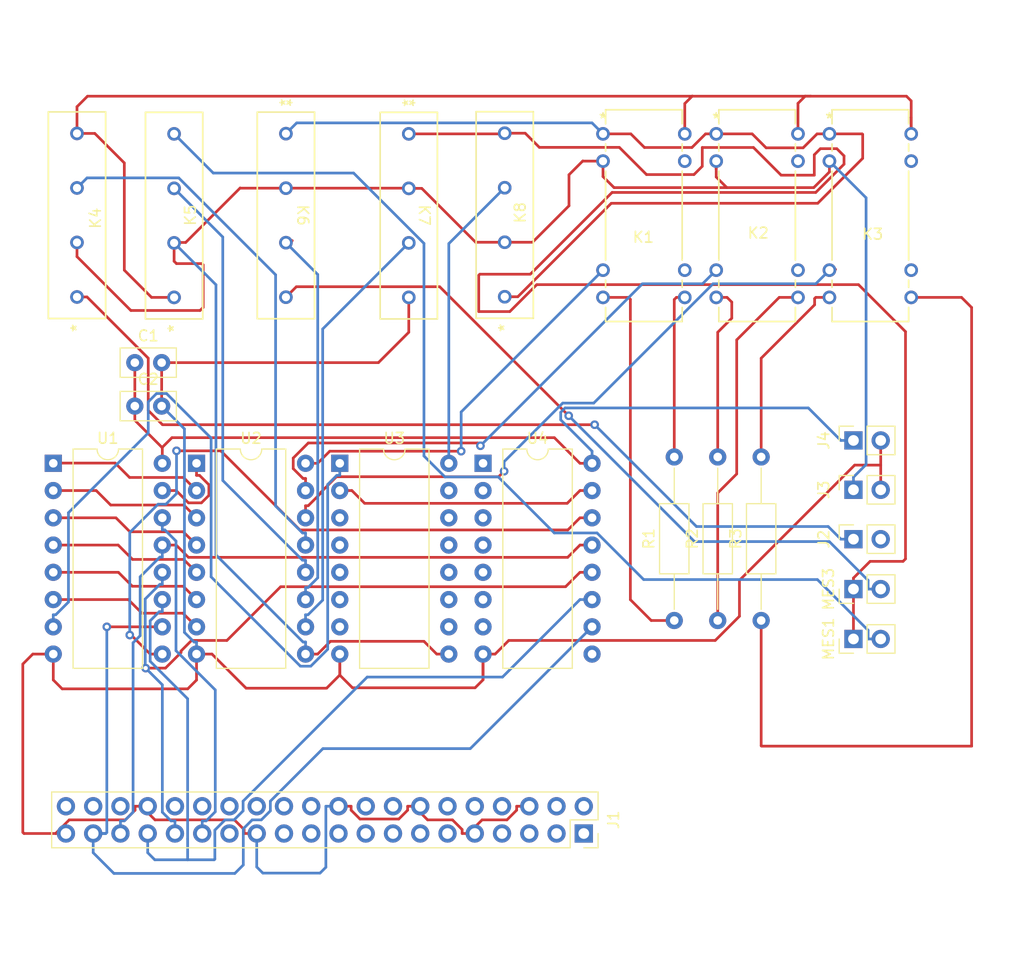
<source format=kicad_pcb>
(kicad_pcb (version 20240108) (generator "pcbnew") (generator_version "8.0")
  (layers (0 "F.Cu" signal) (31 "B.Cu" signal) (34 "B.Paste" user) (35 "F.Paste" user) (36 "B.SilkS" user "B.Silkscreen") (37 "F.SilkS" user "F.Silkscreen") (38 "B.Mask" user) (39 "F.Mask" user) (44 "Edge.Cuts" user))
  (net 0 "")
  (net 3 "B")
  (net 4 "+12V")
  (net 5 "Net-(K1-Pad7)")
  (net 6 "Net-(K1-Pad8)")
  (net 9 "A")
  (net 10 "Net-(K2-Pad7)")
  (net 11 "Net-(K2-Pad8)")
  (net 14 "Net-(K3-Pad7)")
  (net 15 "Net-(K3-Pad8)")
  (net 18 "+5V")
  (net 19 "/SER1")
  (net 20 "/RCLK")
  (net 21 "/SRCLK")
  (net 22 "/~{SRCLR}")
  (net 23 "VCC")
  (net 24 "D")
  (net 25 "/O_{11}")
  (net 26 "/O_{12}")
  (net 27 "/O_{13}")
  (net 28 "/O_{15}")
  (net 29 "Net-(MES1-+)")
  (net 30 "/~{OE}")
  (net 31 "/O_{16}")
  (net 32 "Net-(MES3-+)")
  (net 33 "C")
  (net 34 "/O_{17}")
  (net 56 "/O_{21}")
  (net 58 "/I_{12}")
  (net 60 "/I_{13}")
  (net 61 "/I_{14}")
  (net 63 "/I_{15}")
  (net 66 "GND")
  (net 67 "/I_{16}")
  (net 68 "/I_{17}")
  (net 69 "/I_{21}")
  (net 70 "/SER2")
  (net 71 "/I_{11}")
  (net 72 "/O_{14}")
  (net 73 "/I_{22}")
  (net 74 "/I_{23}")
  (net 75 "/I_{24}")
  (net 76 "/I_{25}")
  (net 77 "/I_{26}")
  (net 78 "/I_{27}")
  (net 79 "/O_{27}")
  (net 80 "/O_{26}")
  (net 81 "/O_{25}")
  (net 82 "/O_{24}")
  (net 83 "/O_{23}")
  (net 84 "/O_{22}")
  (footprint "Package_DIP:DIP-16_W10.16mm" (layer "F.Cu") (at 125.55 73.78)
    (property "Reference" "U1")
    (property "Value" "74HC595N_112")
  )
  (footprint "rele_SPST_tese:SIP_3570-1331_COM" (layer "F.Cu") (at 127.76 58.28 90)
    (property "Reference" "K4")
    (property "Value" "3570-1331-123")
  )
  (footprint "Resistor_THT:R_Axial_DIN0207_L6.3mm_D2.5mm_P15.24mm_Horizontal" (layer "F.Cu") (at 183.42 88.43 90)
    (property "Reference" "R1")
    (property "Value" "R1")
  )
  (footprint "Resistor_THT:R_Axial_DIN0207_L6.3mm_D2.5mm_P15.24mm_Horizontal" (layer "F.Cu") (at 191.52 88.43 90)
    (property "Reference" "R3")
    (property "Value" "R3")
  )
  (footprint "Package_DIP:DIP-16_W10.16mm" (layer "F.Cu") (at 165.6 73.78)
    (property "Reference" "U4")
    (property "Value" "74HC595N_112")
  )
  (footprint "Connector_PinHeader_2.54mm:PinHeader_1x02_P2.54mm_Vertical" (layer "F.Cu") (at 200.12 85.5 90)
    (property "Reference" "MES3")
    (property "Value" "Ammeter_DC")
  )
  (footprint "rele_SPST_tese:SIP_3570-1331_COM" (layer "F.Cu") (at 167.62 58.26 90)
    (property "Reference" "K8")
    (property "Value" "3570-1331-123")
  )
  (footprint "rele_SPST_tese:SIP_3570-1331_COM" (layer "F.Cu") (at 158.68 43.08 -90)
    (property "Reference" "K7")
    (property "Value" "3570-1331-123")
  )
  (footprint "rele_DPST_tese:RELAY8_3572-1220-053_COM" (layer "F.Cu") (at 197.8808 43.08)
    (property "Reference" "K3")
    (property "Value" "3572-1220-123")
  )
  (footprint "Connector_PinHeader_2.54mm:PinHeader_1x02_P2.54mm_Vertical" (layer "F.Cu") (at 200.12 90.15 90)
    (property "Reference" "MES1")
    (property "Value" "Voltmeter_DC")
  )
  (footprint "Capacitor_THT:C_Disc_D5.0mm_W2.5mm_P2.50mm" (layer "F.Cu") (at 133.15 64.4)
    (property "Reference" "C1")
    (property "Value" "0.1uF")
  )
  (footprint "Resistor_THT:R_Axial_DIN0207_L6.3mm_D2.5mm_P15.24mm_Horizontal" (layer "F.Cu") (at 187.47 88.43 90)
    (property "Reference" "R2")
    (property "Value" "R2")
  )
  (footprint "Connector_PinSocket_2.54mm:PinSocket_2x20_P2.54mm_Vertical" (layer "F.Cu") (at 174.99 108.28 -90)
    (property "Reference" "J1")
    (property "Value" "Raspberry PI5")
  )
  (footprint "Connector_PinSocket_2.54mm:PinSocket_1x02_P2.54mm_Vertical" (layer "F.Cu") (at 200.12 71.65 90)
    (property "Reference" "J4")
    (property "Value" "Fonte 5V")
  )
  (footprint "rele_DPST_tese:RELAY8_3572-1220-053_COM" (layer "F.Cu") (at 176.78 43.08)
    (property "Reference" "K1")
    (property "Value" "3572-1220-123")
  )
  (footprint "Connector_PinSocket_2.54mm:PinSocket_1x02_P2.54mm_Vertical" (layer "F.Cu") (at 200.12 80.85 90)
    (property "Reference" "J2")
    (property "Value" "Fonte dc")
  )
  (footprint "rele_DPST_tese:RELAY8_3572-1220-053_COM" (layer "F.Cu") (at 187.3304 43.08)
    (property "Reference" "K2")
    (property "Value" "3572-1220-123")
  )
  (footprint "Capacitor_THT:C_Disc_D5.0mm_W2.5mm_P2.50mm" (layer "F.Cu") (at 133.15 68.45)
    (property "Reference" "C2")
    (property "Value" "0.1uF")
  )
  (footprint "Connector_PinSocket_2.54mm:PinSocket_1x02_P2.54mm_Vertical" (layer "F.Cu") (at 200.12 76.25 90)
    (property "Reference" "J3")
    (property "Value" "Fonte 12V")
  )
  (footprint "Package_DIP:DIP-16_W10.16mm" (layer "F.Cu") (at 138.9 73.78)
    (property "Reference" "U2")
    (property "Value" "ULN2003")
  )
  (footprint "rele_SPST_tese:SIP_3570-1331_COM" (layer "F.Cu") (at 147.23 43.06 -90)
    (property "Reference" "K6")
    (property "Value" "3570-1331-123")
  )
  (footprint "rele_SPST_tese:SIP_3570-1331_COM" (layer "F.Cu") (at 136.81 58.32 90)
    (property "Reference" "K5")
    (property "Value" "3570-1331-123")
  )
  (footprint "Package_DIP:DIP-16_W10.16mm" (layer "F.Cu") (at 152.25 73.78)
    (property "Reference" "U3")
    (property "Value" "ULN2003")
  )
  (segment (start 197.8808 43.08) (end 196.73 43.08) (width 0.25) (layer "F.Cu") (net 3))
  (segment (start 200.98 43.13) (end 200.93 43.08) (width 0.25) (layer "F.Cu") (net 3))
  (segment (start 190.68 43.08) (end 187.3304 43.08) (width 0.25) (layer "F.Cu") (net 3))
  (segment (start 200.93 43.08) (end 197.8808 43.08) (width 0.25) (layer "F.Cu") (net 3))
  (segment (start 200.98 45.36) (end 200.98 43.13) (width 0.25) (layer "F.Cu") (net 3))
  (segment (start 186.34 43.08) (end 185.07 44.35) (width 0.25) (layer "F.Cu") (net 3))
  (segment (start 195.43 44.38) (end 191.98 44.38) (width 0.25) (layer "F.Cu") (net 3))
  (segment (start 179.37 43.08) (end 176.78 43.08) (width 0.25) (layer "F.Cu") (net 3))
  (segment (start 168.84 58.26) (end 177.55 49.55) (width 0.25) (layer "F.Cu") (net 3))
  (segment (start 196.79 49.55) (end 200.98 45.36) (width 0.25) (layer "F.Cu") (net 3))
  (segment (start 196.73 43.08) (end 195.43 44.38) (width 0.25) (layer "F.Cu") (net 3))
  (segment (start 185.07 44.35) (end 180.64 44.35) (width 0.25) (layer "F.Cu") (net 3))
  (segment (start 177.55 49.55) (end 196.79 49.55) (width 0.25) (layer "F.Cu") (net 3))
  (segment (start 167.62 58.26) (end 168.84 58.26) (width 0.25) (layer "F.Cu") (net 3))
  (segment (start 191.98 44.38) (end 190.68 43.08) (width 0.25) (layer "F.Cu") (net 3))
  (segment (start 180.64 44.35) (end 179.37 43.08) (width 0.25) (layer "F.Cu") (net 3))
  (segment (start 187.3304 43.08) (end 186.34 43.08) (width 0.25) (layer "F.Cu") (net 3))
  (segment (start 175.7572 42.0572) (end 148.2328 42.0572) (width 0.25) (layer "B.Cu") (net 3))
  (segment (start 176.78 43.08) (end 175.7572 42.0572) (width 0.25) (layer "B.Cu") (net 3))
  (segment (start 148.2328 42.0572) (end 147.23 43.06) (width 0.25) (layer "B.Cu") (net 3))
  (segment (start 170.21 53.18) (end 173.61 49.78) (width 0.25) (layer "F.Cu") (net 4))
  (segment (start 187.3304 46.3598) (end 187.3304 45.62) (width 0.25) (layer "F.Cu") (net 4))
  (segment (start 167.62 53.18) (end 170.21 53.18) (width 0.25) (layer "F.Cu") (net 4))
  (segment (start 159.89 48.16) (end 164.95 53.22) (width 0.25) (layer "F.Cu") (net 4))
  (segment (start 139.52 59.25) (end 139.52 55.29) (width 0.25) (layer "F.Cu") (net 4))
  (segment (start 173.61 46.89) (end 174.89 45.61) (width 0.25) (layer "F.Cu") (net 4))
  (segment (start 164.99 53.18) (end 167.62 53.18) (width 0.25) (layer "F.Cu") (net 4))
  (segment (start 151.3775 90.3694) (end 160.0925 90.3694) (width 0.25) (layer "F.Cu") (net 4))
  (segment (start 137.03 55.17) (end 136.81 54.95) (width 0.25) (layer "F.Cu") (net 4))
  (segment (start 147.23 48.14) (end 158.66 48.14) (width 0.25) (layer "F.Cu") (net 4))
  (segment (start 197.881 45.62) (end 197.881 46.1246) (width 0.25) (layer "F.Cu") (net 4))
  (segment (start 162.41 91.56) (end 161.2831 91.56) (width 0.25) (layer "F.Cu") (net 4))
  (segment (start 187.33 46.3602) (end 187.33 45.62) (width 0.25) (layer "F.Cu") (net 4))
  (segment (start 127.76 53.2) (end 127.76 54.52) (width 0.25) (layer "F.Cu") (net 4))
  (segment (start 158.68 48.16) (end 159.89 48.16) (width 0.25) (layer "F.Cu") (net 4))
  (segment (start 158.66 48.14) (end 158.68 48.16) (width 0.25) (layer "F.Cu") (net 4))
  (segment (start 174.89 45.61) (end 174.9 45.62) (width 0.25) (layer "F.Cu") (net 4))
  (segment (start 177.81 48.09) (end 188.32 48.09) (width 0.25) (layer "F.Cu") (net 4))
  (segment (start 136.81 53.24) (end 136.89 53.24) (width 0.25) (layer "F.Cu") (net 4))
  (segment (start 197.881 46.1246) (end 197.8808 46.1244) (width 0.25) (layer "F.Cu") (net 4))
  (segment (start 139.23 59.54) (end 139.52 59.25) (width 0.25) (layer "F.Cu") (net 4))
  (segment (start 127.76 54.52) (end 132.78 59.54) (width 0.25) (layer "F.Cu") (net 4))
  (segment (start 176.78 45.62) (end 176.78 47.06) (width 0.25) (layer "F.Cu") (net 4))
  (segment (start 136.93 53.2) (end 137.89 53.2) (width 0.25) (layer "F.Cu") (net 4))
  (segment (start 139.52 55.29) (end 139.4 55.17) (width 0.25) (layer "F.Cu") (net 4))
  (segment (start 176.78 47.06) (end 177.81 48.09) (width 0.25) (layer "F.Cu") (net 4))
  (segment (start 136.81 54.95) (end 136.81 53.24) (width 0.25) (layer "F.Cu") (net 4))
  (segment (start 142.97 48.14) (end 147.23 48.14) (width 0.25) (layer "F.Cu") (net 4))
  (segment (start 137.89 53.2) (end 142.96 48.13) (width 0.25) (layer "F.Cu") (net 4))
  (segment (start 197.881 46.6292) (end 196.42 48.09) (width 0.25) (layer "F.Cu") (net 4))
  (segment (start 187.33 46.3602) (end 187.3304 46.3598) (width 0.25) (layer "F.Cu") (net 4))
  (segment (start 132.78 59.54) (end 139.23 59.54) (width 0.25) (layer "F.Cu") (net 4))
  (segment (start 188.32 48.09) (end 187.33 47.1004) (width 0.25) (layer "F.Cu") (net 4))
  (segment (start 197.8808 46.1244) (end 197.8808 45.62) (width 0.25) (layer "F.Cu") (net 4))
  (segment (start 197.881 46.1246) (end 197.881 46.6292) (width 0.25) (layer "F.Cu") (net 4))
  (segment (start 139.4 55.17) (end 137.03 55.17) (width 0.25) (layer "F.Cu") (net 4))
  (segment (start 142.96 48.13) (end 142.97 48.14) (width 0.25) (layer "F.Cu") (net 4))
  (segment (start 150.1869 91.56) (end 151.3775 90.3694) (width 0.25) (layer "F.Cu") (net 4))
  (segment (start 160.0925 90.3694) (end 161.2831 91.56) (width 0.25) (layer "F.Cu") (net 4))
  (segment (start 196.42 48.09) (end 188.32 48.09) (width 0.25) (layer "F.Cu") (net 4))
  (segment (start 164.95 53.22) (end 164.99 53.18) (width 0.25) (layer "F.Cu") (net 4))
  (segment (start 173.61 49.78) (end 173.61 46.89) (width 0.25) (layer "F.Cu") (net 4))
  (segment (start 136.89 53.24) (end 136.93 53.2) (width 0.25) (layer "F.Cu") (net 4))
  (segment (start 187.33 47.1004) (end 187.33 46.3602) (width 0.25) (layer "F.Cu") (net 4))
  (segment (start 174.9 45.62) (end 176.78 45.62) (width 0.25) (layer "F.Cu") (net 4))
  (segment (start 149.06 91.56) (end 150.1869 91.56) (width 0.25) (layer "F.Cu") (net 4))
  (segment (start 149.06 90.4331) (end 148.8265 90.4331) (width 0.25) (layer "B.Cu") (net 4))
  (segment (start 200.12 76.25) (end 200.12 75.0731) (width 0.25) (layer "B.Cu") (net 4))
  (segment (start 148.8265 90.4331) (end 140.7105 82.3171) (width 0.25) (layer "B.Cu") (net 4))
  (segment (start 201.2969 73.8962) (end 200.12 75.0731) (width 0.25) (layer "B.Cu") (net 4))
  (segment (start 140.7105 82.3171) (end 140.7105 57.1405) (width 0.25) (layer "B.Cu") (net 4))
  (segment (start 149.06 91.56) (end 149.06 90.4331) (width 0.25) (layer "B.Cu") (net 4))
  (segment (start 140.7105 57.1405) (end 136.81 53.24) (width 0.25) (layer "B.Cu") (net 4))
  (segment (start 201.2969 49.0361) (end 201.2969 73.8962) (width 0.25) (layer "B.Cu") (net 4))
  (segment (start 197.8808 45.62) (end 201.2969 49.0361) (width 0.25) (layer "B.Cu") (net 4))
  (segment (start 179.33 58.5) (end 179.15 58.32) (width 0.25) (layer "F.Cu") (net 5))
  (segment (start 179.33 86.49) (end 179.33 58.5) (width 0.25) (layer "F.Cu") (net 5))
  (segment (start 183.42 88.43) (end 181.27 88.43) (width 0.25) (layer "F.Cu") (net 5))
  (segment (start 181.27 88.43) (end 179.33 86.49) (width 0.25) (layer "F.Cu") (net 5))
  (segment (start 179.15 58.32) (end 176.78 58.32) (width 0.25) (layer "F.Cu") (net 5))
  (segment (start 183.62 58.32) (end 184.4 58.32) (width 0.25) (layer "F.Cu") (net 6))
  (segment (start 183.42 73.19) (end 183.42 58.52) (width 0.25) (layer "F.Cu") (net 6))
  (segment (start 183.42 58.52) (end 183.62 58.32) (width 0.25) (layer "F.Cu") (net 6))
  (segment (start 205.501 41.5454) (end 205.501 40.0108) (width 0.25) (layer "F.Cu") (net 9))
  (segment (start 132.17 45.79) (end 132.17 55.78) (width 0.25) (layer "F.Cu") (net 9))
  (segment (start 195.62 39.57) (end 194.95 40.2396) (width 0.25) (layer "F.Cu") (net 9))
  (segment (start 185.13 39.57) (end 185.09 39.57) (width 0.25) (layer "F.Cu") (net 9))
  (segment (start 132.17 55.78) (end 134.71 58.32) (width 0.25) (layer "F.Cu") (net 9))
  (segment (start 127.76 40.55) (end 127.76 43.04) (width 0.25) (layer "F.Cu") (net 9))
  (segment (start 185.09 39.57) (end 185.13 39.57) (width 0.25) (layer "F.Cu") (net 9))
  (segment (start 205.501 43.08) (end 205.501 41.5454) (width 0.25) (layer "F.Cu") (net 9))
  (segment (start 195.62 39.57) (end 185.13 39.57) (width 0.25) (layer "F.Cu") (net 9))
  (segment (start 185.09 39.57) (end 128.74 39.57) (width 0.25) (layer "F.Cu") (net 9))
  (segment (start 196.14 39.57) (end 195.62 39.57) (width 0.25) (layer "F.Cu") (net 9))
  (segment (start 184.4 43.08) (end 184.4 40.26) (width 0.25) (layer "F.Cu") (net 9))
  (segment (start 184.4 40.26) (end 185.09 39.57) (width 0.25) (layer "F.Cu") (net 9))
  (segment (start 205.5008 41.5456) (end 205.5008 43.08) (width 0.25) (layer "F.Cu") (net 9))
  (segment (start 128.74 39.57) (end 127.76 40.55) (width 0.25) (layer "F.Cu") (net 9))
  (segment (start 194.95 40.2396) (end 194.95 43.08) (width 0.25) (layer "F.Cu") (net 9))
  (segment (start 196.14 39.57) (end 195.62 39.57) (width 0.25) (layer "F.Cu") (net 9))
  (segment (start 134.71 58.32) (end 136.81 58.32) (width 0.25) (layer "F.Cu") (net 9))
  (segment (start 205.06 39.57) (end 196.14 39.57) (width 0.25) (layer "F.Cu") (net 9))
  (segment (start 194.9504 43.08) (end 194.95 43.08) (width 0.25) (layer "F.Cu") (net 9))
  (segment (start 129.42 43.04) (end 132.17 45.79) (width 0.25) (layer "F.Cu") (net 9))
  (segment (start 127.76 43.04) (end 129.42 43.04) (width 0.25) (layer "F.Cu") (net 9))
  (segment (start 205.501 40.0108) (end 205.06 39.57) (width 0.25) (layer "F.Cu") (net 9))
  (segment (start 205.501 41.5454) (end 205.5008 41.5456) (width 0.25) (layer "F.Cu") (net 9))
  (segment (start 187.3304 58.32) (end 187.33 58.32) (width 0.25) (layer "F.Cu") (net 10))
  (segment (start 188.78 58.76) (end 188.34 58.32) (width 0.25) (layer "F.Cu") (net 10))
  (segment (start 188.34 58.32) (end 187.3304 58.32) (width 0.25) (layer "F.Cu") (net 10))
  (segment (start 187.47 73.19) (end 187.47 61.57) (width 0.25) (layer "F.Cu") (net 10))
  (segment (start 188.78 60.26) (end 188.78 58.76) (width 0.25) (layer "F.Cu") (net 10))
  (segment (start 187.47 61.57) (end 188.78 60.26) (width 0.25) (layer "F.Cu") (net 10))
  (segment (start 187.47 76.54) (end 189.24 74.77) (width 0.25) (layer "F.Cu") (net 11))
  (segment (start 189.24 62.28) (end 193.2 58.32) (width 0.25) (layer "F.Cu") (net 11))
  (segment (start 189.24 74.77) (end 189.24 62.28) (width 0.25) (layer "F.Cu") (net 11))
  (segment (start 193.2 58.32) (end 194.95 58.32) (width 0.25) (layer "F.Cu") (net 11))
  (segment (start 194.95 58.32) (end 194.9504 58.32) (width 0.25) (layer "F.Cu") (net 11))
  (segment (start 187.47 88.43) (end 187.47 76.54) (width 0.25) (layer "F.Cu") (net 11))
  (segment (start 196.5 58.43) (end 196.61 58.32) (width 0.25) (layer "F.Cu") (net 14))
  (segment (start 191.52 73.19) (end 191.52 63.99) (width 0.25) (layer "F.Cu") (net 14))
  (segment (start 191.52 63.99) (end 196.5 59.01) (width 0.25) (layer "F.Cu") (net 14))
  (segment (start 197.8808 58.32) (end 197.881 58.32) (width 0.25) (layer "F.Cu") (net 14))
  (segment (start 196.61 58.32) (end 197.8808 58.32) (width 0.25) (layer "F.Cu") (net 14))
  (segment (start 196.5 59.01) (end 196.5 58.43) (width 0.25) (layer "F.Cu") (net 14))
  (segment (start 191.52 100.1) (end 191.56 100.14) (width 0.25) (layer "F.Cu") (net 15))
  (segment (start 191.52 88.43) (end 191.52 100.1) (width 0.25) (layer "F.Cu") (net 15))
  (segment (start 191.56 100.14) (end 211.13 100.14) (width 0.25) (layer "F.Cu") (net 15))
  (segment (start 211.13 59.26) (end 210.19 58.32) (width 0.25) (layer "F.Cu") (net 15))
  (segment (start 211.13 100.14) (end 211.13 59.26) (width 0.25) (layer "F.Cu") (net 15))
  (segment (start 205.501 58.32) (end 205.5008 58.32) (width 0.25) (layer "F.Cu") (net 15))
  (segment (start 210.19 58.32) (end 205.501 58.32) (width 0.25) (layer "F.Cu") (net 15))
  (segment (start 135.71 72.33) (end 135.6898 72.3098) (width 0.25) (layer "F.Cu") (net 18))
  (segment (start 135.6898 72.3098) (end 136.6086 71.391) (width 0.25) (layer "F.Cu") (net 18))
  (segment (start 172.2441 71.391) (end 174.6331 73.78) (width 0.25) (layer "F.Cu") (net 18))
  (segment (start 133.15 69.77) (end 133.15 68.45) (width 0.25) (layer "F.Cu") (net 18))
  (segment (start 135.6898 72.3098) (end 133.15 69.77) (width 0.25) (layer "F.Cu") (net 18))
  (segment (start 136.6086 71.391) (end 172.2441 71.391) (width 0.25) (layer "F.Cu") (net 18))
  (segment (start 175.76 73.78) (end 174.6331 73.78) (width 0.25) (layer "F.Cu") (net 18))
  (segment (start 133.15 64.4) (end 133.15 68.45) (width 0.25) (layer "F.Cu") (net 18))
  (segment (start 135.71 73.78) (end 135.71 72.33) (width 0.25) (layer "F.Cu") (net 18))
  (segment (start 175.76 72.6531) (end 172.8385 69.7316) (width 0.25) (layer "B.Cu") (net 18))
  (segment (start 175.76 73.78) (end 175.76 72.6531) (width 0.25) (layer "B.Cu") (net 18))
  (segment (start 195.9155 68.6224) (end 198.9431 71.65) (width 0.25) (layer "B.Cu") (net 18))
  (segment (start 172.8385 69.0289) (end 173.245 68.6224) (width 0.25) (layer "B.Cu") (net 18))
  (segment (start 200.12 71.65) (end 198.9431 71.65) (width 0.25) (layer "B.Cu") (net 18))
  (segment (start 172.8385 69.7316) (end 172.8385 69.0289) (width 0.25) (layer "B.Cu") (net 18))
  (segment (start 173.245 68.6224) (end 195.9155 68.6224) (width 0.25) (layer "B.Cu") (net 18))
  (segment (start 139.43 107.1031) (end 139.7978 107.1031) (width 0.25) (layer "B.Cu") (net 19))
  (segment (start 140.6466 106.2543) (end 140.6466 94.9003) (width 0.25) (layer "B.Cu") (net 19))
  (segment (start 135.9435 79.9869) (end 135.71 79.9869) (width 0.25) (layer "B.Cu") (net 19))
  (segment (start 140.6466 94.9003) (end 136.9864 91.2401) (width 0.25) (layer "B.Cu") (net 19))
  (segment (start 135.71 78.86) (end 135.71 79.9869) (width 0.25) (layer "B.Cu") (net 19))
  (segment (start 139.7978 107.1031) (end 140.6466 106.2543) (width 0.25) (layer "B.Cu") (net 19))
  (segment (start 136.9864 91.2401) (end 136.9864 81.0298) (width 0.25) (layer "B.Cu") (net 19))
  (segment (start 139.43 108.28) (end 139.43 107.1031) (width 0.25) (layer "B.Cu") (net 19))
  (segment (start 136.9864 81.0298) (end 135.9435 79.9869) (width 0.25) (layer "B.Cu") (net 19))
  (segment (start 136.0005 92.8679) (end 134.1579 92.8679) (width 0.25) (layer "F.Cu") (net 20))
  (segment (start 175.76 83.94) (end 174.6331 83.94) (width 0.25) (layer "F.Cu") (net 20))
  (segment (start 137.4496 91.2776) (end 137.4496 91.4188) (width 0.25) (layer "F.Cu") (net 20))
  (segment (start 137.4496 91.4188) (end 136.0005 92.8679) (width 0.25) (layer "F.Cu") (net 20))
  (segment (start 173.2907 85.2824) (end 146.7413 85.2824) (width 0.25) (layer "F.Cu") (net 20))
  (segment (start 174.6331 83.94) (end 173.2907 85.2824) (width 0.25) (layer "F.Cu") (net 20))
  (segment (start 138.4372 90.29) (end 137.4496 91.2776) (width 0.25) (layer "F.Cu") (net 20))
  (segment (start 134.1579 92.8679) (end 134.1579 92.868) (width 0.25) (layer "F.Cu") (net 20))
  (segment (start 146.7413 85.2824) (end 141.7337 90.29) (width 0.25) (layer "F.Cu") (net 20))
  (segment (start 141.7337 90.29) (end 138.4372 90.29) (width 0.25) (layer "F.Cu") (net 20))
  (via (at 134.1579 92.868) (size 0.8) (drill 0.4) (layers "F.Cu" "B.Cu") (net 20))
  (segment (start 135.71 83.94) (end 135.71 85.0669) (width 0.25) (layer "B.Cu") (net 20))
  (segment (start 134.1579 92.868) (end 134.119 92.8291) (width 0.25) (layer "B.Cu") (net 20))
  (segment (start 134.119 92.8291) (end 134.119 86.4244) (width 0.25) (layer "B.Cu") (net 20))
  (segment (start 135.4765 85.0669) (end 135.71 85.0669) (width 0.25) (layer "B.Cu") (net 20))
  (segment (start 135.7131 106.2941) (end 135.7131 94.4232) (width 0.25) (layer "B.Cu") (net 20))
  (segment (start 136.89 107.1031) (end 136.5221 107.1031) (width 0.25) (layer "B.Cu") (net 20))
  (segment (start 136.5221 107.1031) (end 135.7131 106.2941) (width 0.25) (layer "B.Cu") (net 20))
  (segment (start 134.119 86.4244) (end 135.4765 85.0669) (width 0.25) (layer "B.Cu") (net 20))
  (segment (start 135.7131 94.4232) (end 134.1579 92.868) (width 0.25) (layer "B.Cu") (net 20))
  (segment (start 136.89 108.28) (end 136.89 107.1031) (width 0.25) (layer "B.Cu") (net 20))
  (segment (start 135.71 86.48) (end 135.71 87.6069) (width 0.25) (layer "B.Cu") (net 21))
  (segment (start 175.76 86.48) (end 174.6331 86.48) (width 0.25) (layer "B.Cu") (net 21))
  (segment (start 142.4009 107.01) (end 141.561 107.01) (width 0.25) (layer "B.Cu") (net 21))
  (segment (start 135.4283 87.6069) (end 135.71 87.6069) (width 0.25) (layer "B.Cu") (net 21))
  (segment (start 138.0701 108.7906) (end 138.0701 95.7245) (width 0.25) (layer "B.Cu") (net 21))
  (segment (start 143.24 106.1709) (end 142.4009 107.01) (width 0.25) (layer "B.Cu") (net 21))
  (segment (start 135.01 110.73) (end 138.0701 110.73) (width 0.25) (layer "B.Cu") (net 21))
  (segment (start 138.0701 110.73) (end 138.0701 108.7906) (width 0.25) (layer "B.Cu") (net 21))
  (segment (start 167.4115 93.7016) (end 154.8057 93.7016) (width 0.25) (layer "B.Cu") (net 21))
  (segment (start 134.35 110.07) (end 135.01 110.73) (width 0.25) (layer "B.Cu") (net 21))
  (segment (start 134.5806 92.235) (end 134.5806 88.4546) (width 0.25) (layer "B.Cu") (net 21))
  (segment (start 134.5806 88.4546) (end 135.4283 87.6069) (width 0.25) (layer "B.Cu") (net 21))
  (segment (start 140.6069 107.9641) (end 140.6069 110.668405) (width 0.25) (layer "B.Cu") (net 21))
  (segment (start 138.0701 95.7245) (end 134.5806 92.235) (width 0.25) (layer "B.Cu") (net 21))
  (segment (start 154.8057 93.7016) (end 143.24 105.2673) (width 0.25) (layer "B.Cu") (net 21))
  (segment (start 140.6069 110.668405) (end 140.545305 110.73) (width 0.25) (layer "B.Cu") (net 21))
  (segment (start 174.6331 86.48) (end 167.4115 93.7016) (width 0.25) (layer "B.Cu") (net 21))
  (segment (start 134.35 108.28) (end 134.35 110.07) (width 0.25) (layer "B.Cu") (net 21))
  (segment (start 143.24 105.2673) (end 143.24 106.1709) (width 0.25) (layer "B.Cu") (net 21))
  (segment (start 140.545305 110.73) (end 138.0701 110.73) (width 0.25) (layer "B.Cu") (net 21))
  (segment (start 141.561 107.01) (end 140.6069 107.9641) (width 0.25) (layer "B.Cu") (net 21))
  (segment (start 135.71 89.02) (end 134.5831 89.02) (width 0.25) (layer "F.Cu") (net 22))
  (segment (start 134.5831 89.02) (end 130.54 89.02) (width 0.25) (layer "F.Cu") (net 22))
  (via (at 130.54 89.02) (size 0.8) (drill 0.4) (layers "F.Cu" "B.Cu") (net 22))
  (segment (start 143.2578 107.8402) (end 144.088 107.01) (width 0.25) (layer "B.Cu") (net 22))
  (segment (start 130.3335 108.28) (end 130.4454 108.28) (width 0.25) (layer "B.Cu") (net 22))
  (segment (start 130.54 108.1862) (end 130.54 89.02) (width 0.25) (layer "B.Cu") (net 22))
  (segment (start 164.4105 100.3695) (end 175.76 89.02) (width 0.25) (layer "B.Cu") (net 22))
  (segment (start 130.4454 108.28) (end 130.4462 108.28) (width 0.25) (layer "B.Cu") (net 22))
  (segment (start 130.4462 108.28) (end 129.27 108.28) (width 0.25) (layer "B.Cu") (net 22))
  (segment (start 142.47 112) (end 143.2578 111.2122) (width 0.25) (layer "B.Cu") (net 22))
  (segment (start 143.2578 111.2122) (end 143.2578 107.8402) (width 0.25) (layer "B.Cu") (net 22))
  (segment (start 129.27 108.28) (end 129.27 110.07) (width 0.25) (layer "B.Cu") (net 22))
  (segment (start 150.6779 100.3695) (end 164.4105 100.3695) (width 0.25) (layer "B.Cu") (net 22))
  (segment (start 145.78 105.2674) (end 150.6779 100.3695) (width 0.25) (layer "B.Cu") (net 22))
  (segment (start 145.78 106.1709) (end 145.78 105.2674) (width 0.25) (layer "B.Cu") (net 22))
  (segment (start 144.9409 107.01) (end 145.78 106.1709) (width 0.25) (layer "B.Cu") (net 22))
  (segment (start 144.088 107.01) (end 144.9409 107.01) (width 0.25) (layer "B.Cu") (net 22))
  (segment (start 130.4462 108.28) (end 130.54 108.1862) (width 0.25) (layer "B.Cu") (net 22))
  (segment (start 131.2 112) (end 142.47 112) (width 0.25) (layer "B.Cu") (net 22))
  (segment (start 129.27 110.07) (end 131.2 112) (width 0.25) (layer "B.Cu") (net 22))
  (segment (start 129.27 108.28) (end 130.3335 108.28) (width 0.25) (layer "B.Cu") (net 22))
  (segment (start 134.4 68.8567) (end 134.4 63.984) (width 0.25) (layer "F.Cu") (net 23))
  (segment (start 175.999 70.1844) (end 135.7277 70.1844) (width 0.25) (layer "F.Cu") (net 23))
  (segment (start 135.7277 70.1844) (end 134.4 68.8567) (width 0.25) (layer "F.Cu") (net 23))
  (segment (start 128.696 58.28) (end 127.76 58.28) (width 0.25) (layer "F.Cu") (net 23))
  (segment (start 134.4 63.984) (end 128.696 58.28) (width 0.25) (layer "F.Cu") (net 23))
  (via (at 175.999 70.1844) (size 0.8) (drill 0.4) (layers "F.Cu" "B.Cu") (net 23))
  (segment (start 185.4877 79.6731) (end 175.999 70.1844) (width 0.25) (layer "B.Cu") (net 23))
  (segment (start 200.12 80.85) (end 198.9431 80.85) (width 0.25) (layer "B.Cu") (net 23))
  (segment (start 197.7662 79.6731) (end 185.4877 79.6731) (width 0.25) (layer "B.Cu") (net 23))
  (segment (start 198.9431 80.85) (end 197.7662 79.6731) (width 0.25) (layer "B.Cu") (net 23))
  (segment (start 151.3144 72.6525) (end 163.5617 72.6525) (width 0.25) (layer "F.Cu") (net 25))
  (segment (start 149.06 73.78) (end 150.1869 73.78) (width 0.25) (layer "F.Cu") (net 25))
  (segment (start 150.1869 73.78) (end 151.3144 72.6525) (width 0.25) (layer "F.Cu") (net 25))
  (via (at 163.5617 72.6525) (size 0.8) (drill 0.4) (layers "F.Cu" "B.Cu") (net 25))
  (segment (start 176.78 55.78) (end 163.5617 68.9983) (width 0.25) (layer "B.Cu") (net 25))
  (segment (start 163.5617 68.9983) (end 163.5617 72.6525) (width 0.25) (layer "B.Cu") (net 25))
  (segment (start 147.9106 73.2925) (end 149.3178 71.8853) (width 0.25) (layer "F.Cu") (net 26))
  (segment (start 149.06 76.32) (end 149.06 75.1931) (width 0.25) (layer "F.Cu") (net 26))
  (segment (start 165.0959 71.8853) (end 165.3578 72.1472) (width 0.25) (layer "F.Cu") (net 26))
  (segment (start 149.3178 71.8853) (end 165.0959 71.8853) (width 0.25) (layer "F.Cu") (net 26))
  (segment (start 147.9106 74.2772) (end 147.9106 73.2925) (width 0.25) (layer "F.Cu") (net 26))
  (segment (start 149.06 75.1931) (end 148.8265 75.1931) (width 0.25) (layer "F.Cu") (net 26))
  (segment (start 148.8265 75.1931) (end 147.9106 74.2772) (width 0.25) (layer "F.Cu") (net 26))
  (via (at 165.3578 72.1472) (size 0.8) (drill 0.4) (layers "F.Cu" "B.Cu") (net 26))
  (segment (start 187.3304 55.78) (end 186.0604 57.05) (width 0.25) (layer "B.Cu") (net 26))
  (segment (start 180.455 57.05) (end 165.3578 72.1472) (width 0.25) (layer "B.Cu") (net 26))
  (segment (start 186.0604 57.05) (end 180.455 57.05) (width 0.25) (layer "B.Cu") (net 26))
  (segment (start 167.0519 75.0311) (end 151.9405 75.0311) (width 0.25) (layer "F.Cu") (net 27))
  (segment (start 151.9405 75.0311) (end 150.4746 76.497) (width 0.25) (layer "F.Cu") (net 27))
  (segment (start 149.3106 77.7331) (end 149.06 77.7331) (width 0.25) (layer "F.Cu") (net 27))
  (segment (start 197.881 55.78) (end 198.38 55.78) (width 0.25) (layer "F.Cu") (net 27))
  (segment (start 150.4746 76.497) (end 150.4746 76.5691) (width 0.25) (layer "F.Cu") (net 27))
  (segment (start 167.5639 74.5191) (end 167.0519 75.0311) (width 0.25) (layer "F.Cu") (net 27))
  (segment (start 198.38 55.78) (end 198.45 55.71) (width 0.25) (layer "F.Cu") (net 27))
  (segment (start 197.881 55.78) (end 197.8808 55.78) (width 0.25) (layer "F.Cu") (net 27))
  (segment (start 149.06 78.86) (end 149.06 77.7331) (width 0.25) (layer "F.Cu") (net 27))
  (segment (start 150.4746 76.5691) (end 149.3106 77.7331) (width 0.25) (layer "F.Cu") (net 27))
  (via (at 167.5639 74.5191) (size 0.8) (drill 0.4) (layers "F.Cu" "B.Cu") (net 27))
  (segment (start 187.0332 57.05) (end 175.9127 68.1705) (width 0.25) (layer "B.Cu") (net 27))
  (segment (start 167.5639 73.6294) (end 167.5639 74.5191) (width 0.25) (layer "B.Cu") (net 27))
  (segment (start 173.0228 68.1705) (end 167.5639 73.6294) (width 0.25) (layer "B.Cu") (net 27))
  (segment (start 196.6108 57.05) (end 187.0332 57.05) (width 0.25) (layer "B.Cu") (net 27))
  (segment (start 175.9127 68.1705) (end 173.0228 68.1705) (width 0.25) (layer "B.Cu") (net 27))
  (segment (start 197.8808 55.78) (end 196.6108 57.05) (width 0.25) (layer "B.Cu") (net 27))
  (segment (start 141.3452 52.6952) (end 136.81 48.16) (width 0.25) (layer "B.Cu") (net 28))
  (segment (start 149.06 82.8131) (end 148.7783 82.8131) (width 0.25) (layer "B.Cu") (net 28))
  (segment (start 141.3452 75.38) (end 141.3452 52.6952) (width 0.25) (layer "B.Cu") (net 28))
  (segment (start 148.7783 82.8131) (end 141.3452 75.38) (width 0.25) (layer "B.Cu") (net 28))
  (segment (start 149.06 83.94) (end 149.06 82.8131) (width 0.25) (layer "B.Cu") (net 28))
  (segment (start 172.2423 80.2731) (end 176.2268 80.2731) (width 0.25) (layer "B.Cu") (net 29))
  (segment (start 201.4831 89.3408) (end 201.4831 90.15) (width 0.25) (layer "B.Cu") (net 29))
  (segment (start 196.7586 84.6163) (end 201.4831 89.3408) (width 0.25) (layer "B.Cu") (net 29))
  (segment (start 160.0943 53.2898) (end 160.0943 73.096) (width 0.25) (layer "B.Cu") (net 29))
  (segment (start 176.2268 80.2731) (end 180.57 84.6163) (width 0.25) (layer "B.Cu") (net 29))
  (segment (start 160.0943 73.096) (end 162.0483 75.05) (width 0.25) (layer "B.Cu") (net 29))
  (segment (start 153.5366 46.7321) (end 160.0943 53.2898) (width 0.25) (layer "B.Cu") (net 29))
  (segment (start 180.57 84.6163) (end 196.7586 84.6163) (width 0.25) (layer "B.Cu") (net 29))
  (segment (start 167.0192 75.05) (end 172.2423 80.2731) (width 0.25) (layer "B.Cu") (net 29))
  (segment (start 162.0483 75.05) (end 167.0192 75.05) (width 0.25) (layer "B.Cu") (net 29))
  (segment (start 202.66 90.15) (end 201.4831 90.15) (width 0.25) (layer "B.Cu") (net 29))
  (segment (start 136.81 43.08) (end 140.4621 46.7321) (width 0.25) (layer "B.Cu") (net 29))
  (segment (start 140.4621 46.7321) (end 153.5366 46.7321) (width 0.25) (layer "B.Cu") (net 29))
  (segment (start 175.76 81.4) (end 174.6331 81.4) (width 0.25) (layer "F.Cu") (net 30))
  (segment (start 137.0048 81.4) (end 135.71 81.4) (width 0.25) (layer "F.Cu") (net 30))
  (segment (start 138.1497 82.5449) (end 137.0048 81.4) (width 0.25) (layer "F.Cu") (net 30))
  (segment (start 173.4882 82.5449) (end 138.1497 82.5449) (width 0.25) (layer "F.Cu") (net 30))
  (segment (start 174.6331 81.4) (end 173.4882 82.5449) (width 0.25) (layer "F.Cu") (net 30))
  (segment (start 131.81 107.1031) (end 132.1779 107.1031) (width 0.25) (layer "B.Cu") (net 30))
  (segment (start 132.1779 107.1031) (end 132.9869 106.2941) (width 0.25) (layer "B.Cu") (net 30))
  (segment (start 131.81 108.28) (end 131.81 107.1031) (width 0.25) (layer "B.Cu") (net 30))
  (segment (start 133.6465 89.8442) (end 133.6465 84.3569) (width 0.25) (layer "B.Cu") (net 30))
  (segment (start 135.4765 82.5269) (end 135.71 82.5269) (width 0.25) (layer "B.Cu") (net 30))
  (segment (start 135.71 81.4) (end 135.71 82.5269) (width 0.25) (layer "B.Cu") (net 30))
  (segment (start 132.9869 106.2941) (end 132.9869 90.5038) (width 0.25) (layer "B.Cu") (net 30))
  (segment (start 133.6465 84.3569) (end 135.4765 82.5269) (width 0.25) (layer "B.Cu") (net 30))
  (segment (start 132.9869 90.5038) (end 133.6465 89.8442) (width 0.25) (layer "B.Cu") (net 30))
  (segment (start 147.325 53.125) (end 147.23 53.22) (width 0.25) (layer "F.Cu") (net 31))
  (segment (start 147.63 53.22) (end 147.725 53.125) (width 0.25) (layer "F.Cu") (net 31))
  (segment (start 147.725 53.125) (end 147.82 53.03) (width 0.25) (layer "F.Cu") (net 31))
  (segment (start 147.725 53.125) (end 147.325 53.125) (width 0.25) (layer "F.Cu") (net 31))
  (segment (start 149.06 86.48) (end 149.06 85.3531) (width 0.25) (layer "B.Cu") (net 31))
  (segment (start 150.195 84.4516) (end 149.2935 85.3531) (width 0.25) (layer "B.Cu") (net 31))
  (segment (start 149.2935 85.3531) (end 149.06 85.3531) (width 0.25) (layer "B.Cu") (net 31))
  (segment (start 147.23 53.22) (end 150.195 56.185) (width 0.25) (layer "B.Cu") (net 31))
  (segment (start 150.195 56.185) (end 150.195 84.4516) (width 0.25) (layer "B.Cu") (net 31))
  (segment (start 147.23 58.3) (end 148.2047 57.3253) (width 0.25) (layer "F.Cu") (net 32))
  (segment (start 161.5574 57.3253) (end 173.5815 69.3494) (width 0.25) (layer "F.Cu") (net 32))
  (segment (start 148.2047 57.3253) (end 161.5574 57.3253) (width 0.25) (layer "F.Cu") (net 32))
  (via (at 173.5815 69.3494) (size 0.8) (drill 0.4) (layers "F.Cu" "B.Cu") (net 32))
  (segment (start 197.8673 81.0751) (end 185.3072 81.0751) (width 0.25) (layer "B.Cu") (net 32))
  (segment (start 201.4831 85.5) (end 201.4831 84.6909) (width 0.25) (layer "B.Cu") (net 32))
  (segment (start 202.66 85.5) (end 201.4831 85.5) (width 0.25) (layer "B.Cu") (net 32))
  (segment (start 185.3072 81.0751) (end 173.5815 69.3494) (width 0.25) (layer "B.Cu") (net 32))
  (segment (start 201.4831 84.6909) (end 197.8673 81.0751) (width 0.25) (layer "B.Cu") (net 32))
  (segment (start 169.53 43.02) (end 167.62 43.02) (width 0.25) (layer "F.Cu") (net 33))
  (segment (start 190.8 44.35) (end 186.03 44.35) (width 0.25) (layer "F.Cu") (net 33))
  (segment (start 199.24 45.13) (end 198.57 44.46) (width 0.25) (layer "F.Cu") (net 33))
  (segment (start 170.004 56.16) (end 177.624 48.54) (width 0.25) (layer "F.Cu") (net 33))
  (segment (start 170.85 44.34) (end 169.53 43.02) (width 0.25) (layer "F.Cu") (net 33))
  (segment (start 201.67 82.92) (end 204.74 82.92) (width 0.25) (layer "F.Cu") (net 33))
  (segment (start 196.47 46.93) (end 193.38 46.93) (width 0.25) (layer "F.Cu") (net 33))
  (segment (start 197.04 44.46) (end 196.47 45.03) (width 0.25) (layer "F.Cu") (net 33))
  (segment (start 185.256 46.8736) (end 180.834 46.8736) (width 0.25) (layer "F.Cu") (net 33))
  (segment (start 165.3 56.16) (end 170.004 56.16) (width 0.25) (layer "F.Cu") (net 33))
  (segment (start 200.12 85.5) (end 200.12 84.47) (width 0.25) (layer "F.Cu") (net 33))
  (segment (start 158.68 43.08) (end 167.56 43.08) (width 0.25) (layer "F.Cu") (net 33))
  (segment (start 186.03 44.35) (end 186.03 46.1) (width 0.25) (layer "F.Cu") (net 33))
  (segment (start 178.3 44.34) (end 170.85 44.34) (width 0.25) (layer "F.Cu") (net 33))
  (segment (start 165.2 59.64) (end 165.2 56.26) (width 0.25) (layer "F.Cu") (net 33))
  (segment (start 196.606 48.54) (end 199.24 45.9064) (width 0.25) (layer "F.Cu") (net 33))
  (segment (start 204.97 82.69) (end 204.97 61.5116) (width 0.25) (layer "F.Cu") (net 33))
  (segment (start 204.74 82.92) (end 204.97 82.69) (width 0.25) (layer "F.Cu") (net 33))
  (segment (start 165.2 56.26) (end 165.3 56.16) (width 0.25) (layer "F.Cu") (net 33))
  (segment (start 180.834 46.8736) (end 178.3 44.34) (width 0.25) (layer "F.Cu") (net 33))
  (segment (start 196.47 45.03) (end 196.47 46.93) (width 0.25) (layer "F.Cu") (net 33))
  (segment (start 200.12 90.15) (end 200.12 85.5) (width 0.25) (layer "F.Cu") (net 33))
  (segment (start 170.606 57.13) (end 168.096 59.64) (width 0.25) (layer "F.Cu") (net 33))
  (segment (start 186.03 46.1) (end 185.256 46.8736) (width 0.25) (layer "F.Cu") (net 33))
  (segment (start 199.24 45.9064) (end 199.24 45.13) (width 0.25) (layer "F.Cu") (net 33))
  (segment (start 193.38 46.93) (end 190.8 44.35) (width 0.25) (layer "F.Cu") (net 33))
  (segment (start 200.12 84.47) (end 201.67 82.92) (width 0.25) (layer "F.Cu") (net 33))
  (segment (start 198.57 44.46) (end 197.04 44.46) (width 0.25) (layer "F.Cu") (net 33))
  (segment (start 204.97 61.5116) (end 200.588 57.13) (width 0.25) (layer "F.Cu") (net 33))
  (segment (start 177.624 48.54) (end 196.606 48.54) (width 0.25) (layer "F.Cu") (net 33))
  (segment (start 168.096 59.64) (end 165.2 59.64) (width 0.25) (layer "F.Cu") (net 33))
  (segment (start 167.56 43.08) (end 167.62 43.02) (width 0.25) (layer "F.Cu") (net 33))
  (segment (start 200.588 57.13) (end 170.606 57.13) (width 0.25) (layer "F.Cu") (net 33))
  (segment (start 149.2935 87.8931) (end 149.06 87.8931) (width 0.25) (layer "B.Cu") (net 34))
  (segment (start 158.68 53.24) (end 150.6564 61.2636) (width 0.25) (layer "B.Cu") (net 34))
  (segment (start 150.6564 61.2636) (end 150.6564 86.5302) (width 0.25) (layer "B.Cu") (net 34))
  (segment (start 149.06 89.02) (end 149.06 87.8931) (width 0.25) (layer "B.Cu") (net 34))
  (segment (start 150.6564 86.5302) (end 149.2935 87.8931) (width 0.25) (layer "B.Cu") (net 34))
  (segment (start 162.41 53.31) (end 167.62 48.1) (width 0.25) (layer "B.Cu") (net 56))
  (segment (start 162.41 73.78) (end 162.41 53.31) (width 0.25) (layer "B.Cu") (net 56))
  (segment (start 131.32 73.76) (end 132.66 75.1) (width 0.25) (layer "F.Cu") (net 58))
  (segment (start 137.68 75.1) (end 138.9 76.32) (width 0.25) (layer "F.Cu") (net 58))
  (segment (start 132.66 75.1) (end 137.68 75.1) (width 0.25) (layer "F.Cu") (net 58))
  (segment (start 125.57 73.76) (end 131.32 73.76) (width 0.25) (layer "F.Cu") (net 58))
  (segment (start 125.55 73.78) (end 125.57 73.76) (width 0.25) (layer "F.Cu") (net 58))
  (segment (start 137.71 77.67) (end 138.9 78.86) (width 0.25) (layer "F.Cu") (net 60))
  (segment (start 125.55 76.32) (end 129.55 76.32) (width 0.25) (layer "F.Cu") (net 60))
  (segment (start 130.9 77.67) (end 137.71 77.67) (width 0.25) (layer "F.Cu") (net 60))
  (segment (start 129.55 76.32) (end 130.9 77.67) (width 0.25) (layer "F.Cu") (net 60))
  (segment (start 132.69 80.16) (end 137.66 80.16) (width 0.25) (layer "F.Cu") (net 61))
  (segment (start 131.39 78.86) (end 132.69 80.16) (width 0.25) (layer "F.Cu") (net 61))
  (segment (start 137.66 80.16) (end 138.9 81.4) (width 0.25) (layer "F.Cu") (net 61))
  (segment (start 125.55 78.86) (end 131.39 78.86) (width 0.25) (layer "F.Cu") (net 61))
  (segment (start 132.94 82.74) (end 137.7 82.74) (width 0.25) (layer "F.Cu") (net 63))
  (segment (start 125.55 81.4) (end 131.6 81.4) (width 0.25) (layer "F.Cu") (net 63))
  (segment (start 137.7 82.74) (end 138.9 83.94) (width 0.25) (layer "F.Cu") (net 63))
  (segment (start 131.6 81.4) (end 132.94 82.74) (width 0.25) (layer "F.Cu") (net 63))
  (segment (start 155.85 64.4) (end 158.68 61.57) (width 0.25) (layer "F.Cu") (net 66))
  (segment (start 168.7331 106.1058) (end 168.7331 105.74) (width 0.25) (layer "F.Cu") (net 66))
  (segment (start 189.4951 84.6836) (end 189.4951 88.033) (width 0.25) (layer "F.Cu") (net 66))
  (segment (start 159.1616 105.74) (end 158.5731 105.74) (width 0.25) (layer "F.Cu") (net 66))
  (segment (start 152.25 93.51) (end 152.25 91.56) (width 0.25) (layer "F.Cu") (net 66))
  (segment (start 153.3069 105.74) (end 153.3069 106.1078) (width 0.25) (layer "F.Cu") (net 66))
  (segment (start 164.83 108.28) (end 164.2416 108.28) (width 0.25) (layer "F.Cu") (net 66))
  (segment (start 132.2689 107.01) (end 133.1731 106.1058) (width 0.25) (layer "F.Cu") (net 66))
  (segment (start 165.6 91.56) (end 166.7269 91.56) (width 0.25) (layer "F.Cu") (net 66))
  (segment (start 160.4316 107.01) (end 162.7489 107.01) (width 0.25) (layer "F.Cu") (net 66))
  (segment (start 153.43 94.7) (end 152.25 93.52) (width 0.25) (layer "F.Cu") (net 66))
  (segment (start 158.5731 106.1058) (end 158.5731 105.74) (width 0.25) (layer "F.Cu") (net 66))
  (segment (start 159.1616 105.74) (end 160.4316 107.01) (width 0.25) (layer "F.Cu") (net 66))
  (segment (start 143.52 94.74) (end 151.02 94.74) (width 0.25) (layer "F.Cu") (net 66))
  (segment (start 152.13 105.74) (end 153.3069 105.74) (width 0.25) (layer "F.Cu") (net 66))
  (segment (start 167.9969 90.29) (end 166.7269 91.56) (width 0.25) (layer "F.Cu") (net 66))
  (segment (start 138.9 93.98) (end 138.08 94.8) (width 0.25) (layer "F.Cu") (net 66))
  (segment (start 135.65 64.4) (end 155.85 64.4) (width 0.25) (layer "F.Cu") (net 66))
  (segment (start 165.6 91.56) (end 165.6 93.92) (width 0.25) (layer "F.Cu") (net 66))
  (segment (start 165.6 93.96) (end 164.86 94.7) (width 0.25) (layer "F.Cu") (net 66))
  (segment (start 162.7489 107.01) (end 163.6531 107.9142) (width 0.25) (layer "F.Cu") (net 66))
  (segment (start 123.64 91.56) (end 125.55 91.56) (width 0.25) (layer "F.Cu") (net 66))
  (segment (start 200.2287 73.95) (end 189.4951 84.6836) (width 0.25) (layer "F.Cu") (net 66))
  (segment (start 143.3331 107.9142) (end 143.3331 108.28) (width 0.25) (layer "F.Cu") (net 66))
  (segment (start 157.7483 106.9306) (end 158.5731 106.1058) (width 0.25) (layer "F.Cu") (net 66))
  (segment (start 125.7683 108.28) (end 122.82 108.28) (width 0.25) (layer "F.Cu") (net 66))
  (segment (start 122.71 92.49) (end 123.64 91.56) (width 0.25) (layer "F.Cu") (net 66))
  (segment (start 164.86 94.7) (end 153.43 94.7) (width 0.25) (layer "F.Cu") (net 66))
  (segment (start 158.68 61.57) (end 158.68 58.32) (width 0.25) (layer "F.Cu") (net 66))
  (segment (start 164.2416 108.28) (end 165.5116 107.01) (width 0.25) (layer "F.Cu") (net 66))
  (segment (start 159.75 105.74) (end 159.1616 105.74) (width 0.25) (layer "F.Cu") (net 66))
  (segment (start 189.4951 88.033) (end 187.2381 90.29) (width 0.25) (layer "F.Cu") (net 66))
  (segment (start 167.8289 107.01) (end 168.7331 106.1058) (width 0.25) (layer "F.Cu") (net 66))
  (segment (start 133.7616 105.74) (end 135.0316 107.01) (width 0.25) (layer "F.Cu") (net 66))
  (segment (start 133.1731 106.1058) (end 133.1731 105.74) (width 0.25) (layer "F.Cu") (net 66))
  (segment (start 135.65 64.4) (end 135.65 68.45) (width 0.25) (layer "F.Cu") (net 66))
  (segment (start 169.91 105.74) (end 168.7331 105.74) (width 0.25) (layer "F.Cu") (net 66))
  (segment (start 134.35 105.74) (end 133.7616 105.74) (width 0.25) (layer "F.Cu") (net 66))
  (segment (start 144.51 108.28) (end 143.3331 108.28) (width 0.25) (layer "F.Cu") (net 66))
  (segment (start 122.82 108.28) (end 122.71 108.17) (width 0.25) (layer "F.Cu") (net 66))
  (segment (start 126.73 108.28) (end 125.7683 108.28) (width 0.25) (layer "F.Cu") (net 66))
  (segment (start 202.66 73.95) (end 200.2287 73.95) (width 0.25) (layer "F.Cu") (net 66))
  (segment (start 154.1297 106.9306) (end 157.7483 106.9306) (width 0.25) (layer "F.Cu") (net 66))
  (segment (start 151.02 94.74) (end 152.25 93.51) (width 0.25) (layer "F.Cu") (net 66))
  (segment (start 202.66 73.95) (end 202.66 71.65) (width 0.25) (layer "F.Cu") (net 66))
  (segment (start 138.9 91.56) (end 140.34 91.56) (width 0.25) (layer "F.Cu") (net 66))
  (segment (start 138.08 94.8) (end 126.38 94.8) (width 0.25) (layer "F.Cu") (net 66))
  (segment (start 126.38 94.8) (end 125.55 93.97) (width 0.25) (layer "F.Cu") (net 66))
  (segment (start 165.6 91.56) (end 165.6 93.92) (width 0.25) (layer "F.Cu") (net 66))
  (segment (start 165.6 93.92) (end 165.6 93.96) (width 0.25) (layer "F.Cu") (net 66))
  (segment (start 135.0316 107.01) (end 142.4289 107.01) (width 0.25) (layer "F.Cu") (net 66))
  (segment (start 125.55 93.97) (end 125.55 91.56) (width 0.25) (layer "F.Cu") (net 66))
  (segment (start 164.2416 108.28) (end 163.6531 108.28) (width 0.25) (layer "F.Cu") (net 66))
  (segment (start 152.25 93.52) (end 152.25 93.51) (width 0.25) (layer "F.Cu") (net 66))
  (segment (start 202.66 76.25) (end 202.66 73.95) (width 0.25) (layer "F.Cu") (net 66))
  (segment (start 165.5116 107.01) (end 167.8289 107.01) (width 0.25) (layer "F.Cu") (net 66))
  (segment (start 142.4289 107.01) (end 143.3331 107.9142) (width 0.25) (layer "F.Cu") (net 66))
  (segment (start 138.9 91.56) (end 138.9 93.98) (width 0.25) (layer "F.Cu") (net 66))
  (segment (start 163.6531 107.9142) (end 163.6531 108.28) (width 0.25) (layer "F.Cu") (net 66))
  (segment (start 140.34 91.56) (end 143.52 94.74) (width 0.25) (layer "F.Cu") (net 66))
  (segment (start 187.2381 90.29) (end 167.9969 90.29) (width 0.25) (layer "F.Cu") (net 66))
  (segment (start 153.3069 106.1078) (end 154.1297 106.9306) (width 0.25) (layer "F.Cu") (net 66))
  (segment (start 133.7616 105.74) (end 133.1731 105.74) (width 0.25) (layer "F.Cu") (net 66))
  (segment (start 152.25 93.51) (end 152.25 91.56) (width 0.25) (layer "F.Cu") (net 66))
  (segment (start 125.7683 108.28) (end 127.0383 107.01) (width 0.25) (layer "F.Cu") (net 66))
  (segment (start 122.71 108.17) (end 122.71 92.49) (width 0.25) (layer "F.Cu") (net 66))
  (segment (start 127.0383 107.01) (end 132.2689 107.01) (width 0.25) (layer "F.Cu") (net 66))
  (segment (start 150.9531 105.74) (end 152.13 105.74) (width 0.25) (layer "B.Cu") (net 66))
  (segment (start 138.9 90.4331) (end 138.6681 90.4331) (width 0.25) (layer "B.Cu") (net 66))
  (segment (start 145.08 111.97) (end 150.41 111.97) (width 0.25) (layer "B.Cu") (net 66))
  (segment (start 137.773 70.573) (end 135.65 68.45) (width 0.25) (layer "B.Cu") (net 66))
  (segment (start 138.6681 90.4331) (end 137.773 89.538) (width 0.25) (layer "B.Cu") (net 66))
  (segment (start 138.9 91.56) (end 138.9 90.4331) (width 0.25) (layer "B.Cu") (net 66))
  (segment (start 144.51 108.28) (end 144.51 111.4) (width 0.25) (layer "B.Cu") (net 66))
  (segment (start 144.51 111.4) (end 145.08 111.97) (width 0.25) (layer "B.Cu") (net 66))
  (segment (start 150.41 111.97) (end 150.9531 111.4269) (width 0.25) (layer "B.Cu") (net 66))
  (segment (start 137.773 89.538) (end 137.773 70.573) (width 0.25) (layer "B.Cu") (net 66))
  (segment (start 150.9531 111.4269) (end 150.9531 105.74) (width 0.25) (layer "B.Cu") (net 66))
  (segment (start 125.55 83.94) (end 131.62 83.94) (width 0.25) (layer "F.Cu") (net 67))
  (segment (start 132.92 85.24) (end 137.66 85.24) (width 0.25) (layer "F.Cu") (net 67))
  (segment (start 137.66 85.24) (end 138.9 86.48) (width 0.25) (layer "F.Cu") (net 67))
  (segment (start 131.62 83.94) (end 132.92 85.24) (width 0.25) (layer "F.Cu") (net 67))
  (segment (start 137.63 87.75) (end 138.9 89.02) (width 0.25) (layer "F.Cu") (net 68))
  (segment (start 132.54 86.48) (end 133.81 87.75) (width 0.25) (layer "F.Cu") (net 68))
  (segment (start 125.55 86.48) (end 132.54 86.48) (width 0.25) (layer "F.Cu") (net 68))
  (segment (start 133.81 87.75) (end 137.63 87.75) (width 0.25) (layer "F.Cu") (net 68))
  (segment (start 134.4 70.9502) (end 126.9646 78.3856) (width 0.25) (layer "B.Cu") (net 69))
  (segment (start 140.2586 84.363) (end 140.2586 71.4337) (width 0.25) (layer "B.Cu") (net 69))
  (segment (start 125.55 89.02) (end 125.55 87.8931) (width 0.25) (layer "B.Cu") (net 69))
  (segment (start 134.4 68.054) (end 134.4 70.9502) (width 0.25) (layer "B.Cu") (net 69))
  (segment (start 151.1231 75.752) (end 151.1231 91.1099) (width 0.25) (layer "B.Cu") (net 69))
  (segment (start 148.585 92.6894) (end 140.2586 84.363) (width 0.25) (layer "B.Cu") (net 69))
  (segment (start 152.25 74.9069) (end 151.9682 74.9069) (width 0.25) (layer "B.Cu") (net 69))
  (segment (start 126.9646 86.712) (end 125.7835 87.8931) (width 0.25) (layer "B.Cu") (net 69))
  (segment (start 125.7835 87.8931) (end 125.55 87.8931) (width 0.25) (layer "B.Cu") (net 69))
  (segment (start 136.1053 67.2804) (end 135.1736 67.2804) (width 0.25) (layer "B.Cu") (net 69))
  (segment (start 151.9682 74.9069) (end 151.1231 75.752) (width 0.25) (layer "B.Cu") (net 69))
  (segment (start 135.1736 67.2804) (end 134.4 68.054) (width 0.25) (layer "B.Cu") (net 69))
  (segment (start 149.5436 92.6894) (end 148.585 92.6894) (width 0.25) (layer "B.Cu") (net 69))
  (segment (start 152.25 73.78) (end 152.25 74.9069) (width 0.25) (layer "B.Cu") (net 69))
  (segment (start 126.9646 78.3856) (end 126.9646 86.712) (width 0.25) (layer "B.Cu") (net 69))
  (segment (start 140.2586 71.4337) (end 136.1053 67.2804) (width 0.25) (layer "B.Cu") (net 69))
  (segment (start 151.1231 91.1099) (end 149.5436 92.6894) (width 0.25) (layer "B.Cu") (net 69))
  (segment (start 141.1563 72.6181) (end 137.0357 72.6181) (width 0.25) (layer "F.Cu") (net 70))
  (segment (start 132.808 89.7849) (end 132.6778 89.7849) (width 0.25) (layer "F.Cu") (net 70))
  (segment (start 148.5294 79.9912) (end 141.1563 72.6181) (width 0.25) (layer "F.Cu") (net 70))
  (segment (start 134.5831 91.56) (end 132.808 89.7849) (width 0.25) (layer "F.Cu") (net 70))
  (segment (start 173.5019 79.9912) (end 148.5294 79.9912) (width 0.25) (layer "F.Cu") (net 70))
  (segment (start 175.76 78.86) (end 174.6331 78.86) (width 0.25) (layer "F.Cu") (net 70))
  (segment (start 135.71 91.56) (end 134.5831 91.56) (width 0.25) (layer "F.Cu") (net 70))
  (segment (start 174.6331 78.86) (end 173.5019 79.9912) (width 0.25) (layer "F.Cu") (net 70))
  (via (at 137.0357 72.6181) (size 0.8) (drill 0.4) (layers "F.Cu" "B.Cu") (net 70))
  (via (at 132.6778 89.7849) (size 0.8) (drill 0.4) (layers "F.Cu" "B.Cu") (net 70))
  (segment (start 135.3207 77.59) (end 132.6778 80.2329) (width 0.25) (layer "B.Cu") (net 70))
  (segment (start 132.6778 80.2329) (end 132.6778 89.7849) (width 0.25) (layer "B.Cu") (net 70))
  (segment (start 136.0474 77.59) (end 135.3207 77.59) (width 0.25) (layer "B.Cu") (net 70))
  (segment (start 137.0357 72.6181) (end 137.0357 76.6017) (width 0.25) (layer "B.Cu") (net 70))
  (segment (start 137.0357 76.6017) (end 136.0474 77.59) (width 0.25) (layer "B.Cu") (net 70))
  (segment (start 138.9 74.9069) (end 139.1817 74.9069) (width 0.25) (layer "F.Cu") (net 71))
  (segment (start 138.147 77.4659) (end 137.0011 76.32) (width 0.25) (layer "F.Cu") (net 71))
  (segment (start 138.9 73.78) (end 138.9 74.9069) (width 0.25) (layer "F.Cu") (net 71))
  (segment (start 139.1817 74.9069) (end 140.0509 75.7761) (width 0.25) (layer "F.Cu") (net 71))
  (segment (start 137.0011 76.32) (end 135.71 76.32) (width 0.25) (layer "F.Cu") (net 71))
  (segment (start 140.0509 76.772) (end 139.357 77.4659) (width 0.25) (layer "F.Cu") (net 71))
  (segment (start 139.357 77.4659) (end 138.147 77.4659) (width 0.25) (layer "F.Cu") (net 71))
  (segment (start 140.0509 75.7761) (end 140.0509 76.772) (width 0.25) (layer "F.Cu") (net 71))
  (segment (start 148.7783 80.2731) (end 146.2681 77.7629) (width 0.25) (layer "B.Cu") (net 72))
  (segment (start 149.06 80.2731) (end 148.7783 80.2731) (width 0.25) (layer "B.Cu") (net 72))
  (segment (start 146.2681 77.7629) (end 146.2681 56.2132) (width 0.25) (layer "B.Cu") (net 72))
  (segment (start 149.06 81.4) (end 149.06 80.2731) (width 0.25) (layer "B.Cu") (net 72))
  (segment (start 137.2374 47.1825) (end 128.6975 47.1825) (width 0.25) (layer "B.Cu") (net 72))
  (segment (start 146.2681 56.2132) (end 137.2374 47.1825) (width 0.25) (layer "B.Cu") (net 72))
  (segment (start 128.6975 47.1825) (end 127.76 48.12) (width 0.25) (layer "B.Cu") (net 72))
  (segment (start 175.76 76.32) (end 174.6331 76.32) (width 0.25) (layer "F.Cu") (net 73))
  (segment (start 152.25 76.32) (end 153.3769 76.32) (width 0.25) (layer "F.Cu") (net 73))
  (segment (start 153.3769 76.32) (end 154.5675 77.5106) (width 0.25) (layer "F.Cu") (net 73))
  (segment (start 154.5675 77.5106) (end 173.4425 77.5106) (width 0.25) (layer "F.Cu") (net 73))
  (segment (start 173.4425 77.5106) (end 174.6331 76.32) (width 0.25) (layer "F.Cu") (net 73))
)
</source>
